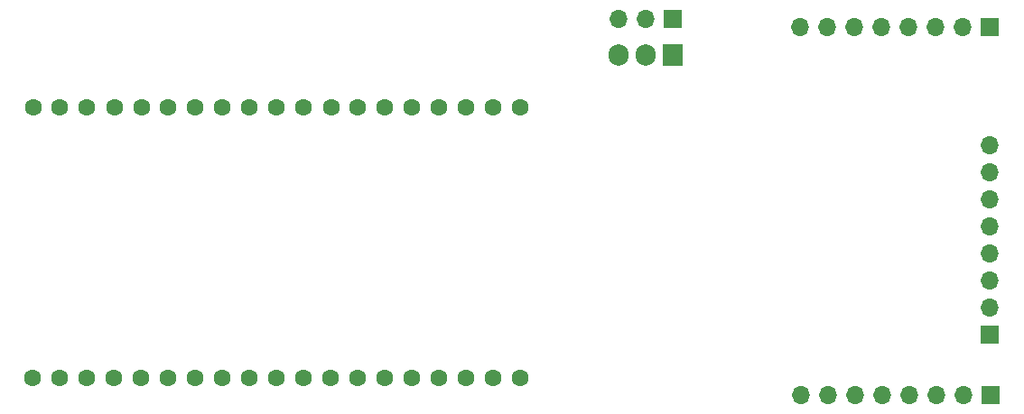
<source format=gbr>
%TF.GenerationSoftware,KiCad,Pcbnew,(6.0.5-0)*%
%TF.CreationDate,2022-06-25T01:47:51+01:00*%
%TF.ProjectId,revised_minh_design,72657669-7365-4645-9f6d-696e685f6465,rev?*%
%TF.SameCoordinates,Original*%
%TF.FileFunction,Soldermask,Bot*%
%TF.FilePolarity,Negative*%
%FSLAX46Y46*%
G04 Gerber Fmt 4.6, Leading zero omitted, Abs format (unit mm)*
G04 Created by KiCad (PCBNEW (6.0.5-0)) date 2022-06-25 01:47:51*
%MOMM*%
%LPD*%
G01*
G04 APERTURE LIST*
%ADD10R,1.700000X1.700000*%
%ADD11O,1.700000X1.700000*%
%ADD12R,1.905000X2.000000*%
%ADD13O,1.905000X2.000000*%
%ADD14C,1.600000*%
G04 APERTURE END LIST*
D10*
%TO.C,J4*%
X141732000Y-42291000D03*
D11*
X139192000Y-42291000D03*
X136652000Y-42291000D03*
X134112000Y-42291000D03*
X131572000Y-42291000D03*
X129032000Y-42291000D03*
X126492000Y-42291000D03*
X123952000Y-42291000D03*
%TD*%
D10*
%TO.C,J3*%
X141732000Y-71120000D03*
D11*
X141732000Y-68580000D03*
X141732000Y-66040000D03*
X141732000Y-63500000D03*
X141732000Y-60960000D03*
X141732000Y-58420000D03*
X141732000Y-55880000D03*
X141732000Y-53340000D03*
%TD*%
D12*
%TO.C,U2*%
X112014000Y-44902000D03*
D13*
X109474000Y-44902000D03*
X106934000Y-44902000D03*
%TD*%
D10*
%TO.C,J2*%
X141859000Y-76835000D03*
D11*
X139319000Y-76835000D03*
X136779000Y-76835000D03*
X134239000Y-76835000D03*
X131699000Y-76835000D03*
X129159000Y-76835000D03*
X126619000Y-76835000D03*
X124079000Y-76835000D03*
%TD*%
D10*
%TO.C,J1*%
X112014000Y-41529000D03*
D11*
X109474000Y-41529000D03*
X106934000Y-41529000D03*
%TD*%
D14*
%TO.C,U1*%
X97785000Y-75184000D03*
X95245000Y-75184000D03*
X92705000Y-75184000D03*
X90165000Y-75184000D03*
X87625000Y-75184000D03*
X85085000Y-75184000D03*
X82545000Y-75184000D03*
X80005000Y-75184000D03*
X77465000Y-75184000D03*
X74925000Y-75184000D03*
X72385000Y-75184000D03*
X69845000Y-75184000D03*
X67305000Y-75184000D03*
X64765000Y-75184000D03*
X62225000Y-75184000D03*
X59685000Y-75184000D03*
X57145000Y-75184000D03*
X54605000Y-75184000D03*
X52065000Y-75184000D03*
X52102143Y-49789715D03*
X54599014Y-49789715D03*
X57145000Y-49784000D03*
X59713572Y-49789715D03*
X62250715Y-49789715D03*
X64765000Y-49784000D03*
X67305000Y-49784000D03*
X69845000Y-49784000D03*
X72385000Y-49784000D03*
X74925000Y-49784000D03*
X77465000Y-49784000D03*
X80010715Y-49789715D03*
X82547858Y-49789715D03*
X85085000Y-49784000D03*
X87625000Y-49784000D03*
X90165000Y-49784000D03*
X92705000Y-49784000D03*
X95245000Y-49784000D03*
X97785000Y-49784000D03*
%TD*%
M02*

</source>
